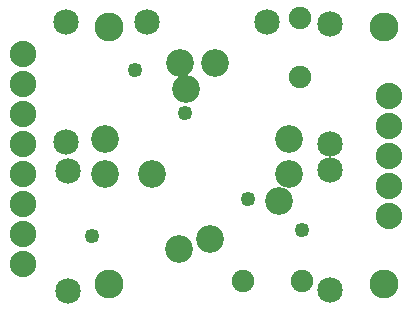
<source format=gbs>
G04 MADE WITH FRITZING*
G04 WWW.FRITZING.ORG*
G04 DOUBLE SIDED*
G04 HOLES PLATED*
G04 CONTOUR ON CENTER OF CONTOUR VECTOR*
%ASAXBY*%
%FSLAX23Y23*%
%MOIN*%
%OFA0B0*%
%SFA1.0B1.0*%
%ADD10C,0.092000*%
%ADD11C,0.088000*%
%ADD12C,0.085000*%
%ADD13C,0.075000*%
%ADD14C,0.049370*%
%ADD15C,0.096614*%
%LNMASK0*%
G90*
G70*
G54D10*
X598Y200D03*
X964Y449D03*
X717Y819D03*
X350Y567D03*
X699Y233D03*
X619Y732D03*
X929Y361D03*
X599Y819D03*
X350Y449D03*
X965Y567D03*
X507Y449D03*
G54D11*
X1298Y708D03*
X1298Y608D03*
X1298Y508D03*
X1298Y408D03*
X1298Y308D03*
X77Y851D03*
X77Y751D03*
X77Y651D03*
X77Y551D03*
X77Y451D03*
X77Y351D03*
X77Y251D03*
X77Y151D03*
G54D12*
X1100Y950D03*
X1100Y550D03*
X220Y956D03*
X220Y556D03*
X1100Y63D03*
X1100Y463D03*
X889Y956D03*
X489Y956D03*
X226Y460D03*
X226Y60D03*
G54D13*
X1001Y772D03*
X1001Y969D03*
X1007Y94D03*
X810Y94D03*
G54D14*
X450Y795D03*
G54D15*
X362Y82D03*
X362Y938D03*
X1279Y83D03*
X1280Y938D03*
G54D14*
X306Y243D03*
X828Y367D03*
X616Y652D03*
X1007Y262D03*
G04 End of Mask0*
M02*
</source>
